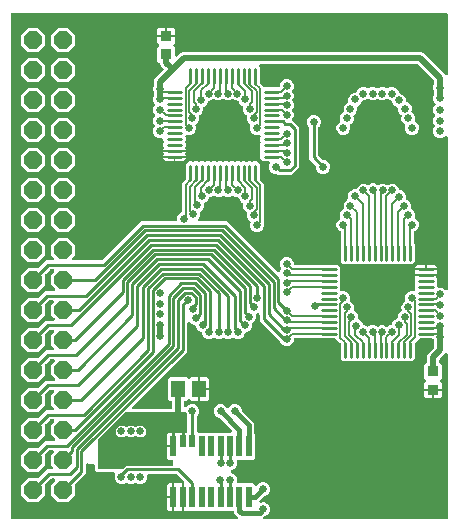
<source format=gbr>
G04 EAGLE Gerber RS-274X export*
G75*
%MOMM*%
%FSLAX34Y34*%
%LPD*%
%INTop Copper*%
%IPPOS*%
%AMOC8*
5,1,8,0,0,1.08239X$1,22.5*%
G01*
G04 Define Apertures*
%ADD10C,0.250000*%
%ADD11R,0.970200X0.920900*%
%ADD12R,1.164600X1.465300*%
%ADD13P,1.64956X8X112.5*%
%ADD14R,0.550000X1.800000*%
%ADD15R,0.550000X1.000000*%
%ADD16C,0.203200*%
%ADD17C,0.654800*%
%ADD18C,0.152400*%
%ADD19C,0.254000*%
%ADD20C,0.406400*%
%ADD21C,0.508000*%
G36*
X194424Y2641D02*
X194840Y2926D01*
X195113Y3352D01*
X195198Y3850D01*
X195081Y4342D01*
X194826Y4708D01*
X191428Y8106D01*
X191428Y8690D01*
X191327Y9185D01*
X191042Y9602D01*
X190616Y9875D01*
X190158Y9960D01*
X148762Y9960D01*
X148762Y33421D01*
X148410Y33421D01*
X148418Y33426D01*
X148690Y33852D01*
X148775Y34350D01*
X148659Y34842D01*
X148404Y35208D01*
X142794Y40818D01*
X142372Y41097D01*
X141896Y41190D01*
X119088Y41190D01*
X118593Y41089D01*
X118176Y40804D01*
X117904Y40378D01*
X117819Y39880D01*
X117915Y39434D01*
X118030Y39157D01*
X118030Y36843D01*
X117145Y34707D01*
X115509Y33071D01*
X113373Y32186D01*
X111059Y32186D01*
X108711Y33159D01*
X108657Y33195D01*
X108160Y33288D01*
X107666Y33179D01*
X107617Y33146D01*
X105301Y32186D01*
X102987Y32186D01*
X100639Y33159D01*
X100585Y33195D01*
X100088Y33288D01*
X99594Y33179D01*
X99545Y33146D01*
X97229Y32186D01*
X94915Y32186D01*
X92779Y33071D01*
X91143Y34707D01*
X90258Y36843D01*
X90258Y39157D01*
X90899Y40704D01*
X90996Y41200D01*
X90891Y41695D01*
X90602Y42109D01*
X90174Y42378D01*
X89726Y42460D01*
X76039Y42460D01*
X75700Y42481D01*
X75332Y42553D01*
X74986Y42675D01*
X74661Y42846D01*
X74364Y43062D01*
X74101Y43319D01*
X73878Y43610D01*
X73699Y43931D01*
X73569Y44275D01*
X73490Y44634D01*
X73460Y45046D01*
X73460Y48454D01*
X73359Y48949D01*
X73074Y49366D01*
X72648Y49638D01*
X72150Y49723D01*
X71704Y49627D01*
X71301Y49460D01*
X68699Y49460D01*
X67756Y49851D01*
X67260Y49947D01*
X66765Y49843D01*
X66351Y49554D01*
X66082Y49126D01*
X66000Y48677D01*
X66000Y41412D01*
X57232Y32644D01*
X56953Y32222D01*
X56860Y31746D01*
X56860Y23292D01*
X50908Y17340D01*
X42492Y17340D01*
X36540Y23292D01*
X36540Y31708D01*
X39854Y35022D01*
X40133Y35443D01*
X40225Y35940D01*
X40117Y36434D01*
X39825Y36846D01*
X39394Y37112D01*
X38956Y37190D01*
X36904Y37190D01*
X36409Y37089D01*
X36006Y36818D01*
X31832Y32644D01*
X31553Y32222D01*
X31460Y31746D01*
X31460Y23292D01*
X25508Y17340D01*
X17092Y17340D01*
X11140Y23292D01*
X11140Y31708D01*
X17092Y37660D01*
X25546Y37660D01*
X26041Y37761D01*
X26444Y38032D01*
X33222Y44810D01*
X37356Y44810D01*
X37851Y44911D01*
X38268Y45196D01*
X38540Y45622D01*
X38625Y46120D01*
X38509Y46612D01*
X38254Y46978D01*
X36540Y48692D01*
X36540Y57108D01*
X38454Y59022D01*
X38733Y59443D01*
X38825Y59940D01*
X38717Y60434D01*
X38425Y60846D01*
X37994Y61112D01*
X37556Y61190D01*
X35504Y61190D01*
X35009Y61089D01*
X34606Y60818D01*
X31832Y58044D01*
X31553Y57622D01*
X31460Y57146D01*
X31460Y48692D01*
X25508Y42740D01*
X17092Y42740D01*
X11140Y48692D01*
X11140Y57108D01*
X17092Y63060D01*
X25546Y63060D01*
X26041Y63161D01*
X26444Y63432D01*
X31822Y68810D01*
X38756Y68810D01*
X39251Y68911D01*
X39668Y69196D01*
X39940Y69622D01*
X40025Y70120D01*
X39909Y70612D01*
X39654Y70978D01*
X36540Y74092D01*
X36540Y82508D01*
X39054Y85022D01*
X39333Y85443D01*
X39425Y85940D01*
X39317Y86434D01*
X39025Y86846D01*
X38594Y87112D01*
X38156Y87190D01*
X36104Y87190D01*
X35609Y87089D01*
X35206Y86818D01*
X31832Y83444D01*
X31553Y83022D01*
X31460Y82546D01*
X31460Y74092D01*
X25508Y68140D01*
X17092Y68140D01*
X11140Y74092D01*
X11140Y82508D01*
X17092Y88460D01*
X25546Y88460D01*
X26041Y88561D01*
X26444Y88832D01*
X32422Y94810D01*
X38156Y94810D01*
X38651Y94911D01*
X39068Y95196D01*
X39340Y95622D01*
X39425Y96120D01*
X39309Y96612D01*
X39054Y96978D01*
X36540Y99492D01*
X36540Y107908D01*
X38654Y110022D01*
X38933Y110443D01*
X39025Y110940D01*
X38917Y111434D01*
X38625Y111846D01*
X38194Y112112D01*
X37756Y112190D01*
X35704Y112190D01*
X35209Y112089D01*
X34806Y111818D01*
X31832Y108844D01*
X31553Y108422D01*
X31460Y107946D01*
X31460Y99492D01*
X25508Y93540D01*
X17092Y93540D01*
X11140Y99492D01*
X11140Y107908D01*
X17092Y113860D01*
X25546Y113860D01*
X26041Y113961D01*
X26444Y114232D01*
X32022Y119810D01*
X38556Y119810D01*
X39051Y119911D01*
X39468Y120196D01*
X39740Y120622D01*
X39825Y121120D01*
X39709Y121612D01*
X39454Y121978D01*
X36540Y124892D01*
X36540Y133308D01*
X39254Y136022D01*
X39533Y136443D01*
X39625Y136940D01*
X39517Y137434D01*
X39225Y137846D01*
X38794Y138112D01*
X38356Y138190D01*
X36304Y138190D01*
X35809Y138089D01*
X35406Y137818D01*
X31832Y134244D01*
X31553Y133822D01*
X31460Y133346D01*
X31460Y124892D01*
X25508Y118940D01*
X17092Y118940D01*
X11140Y124892D01*
X11140Y133308D01*
X17092Y139260D01*
X25546Y139260D01*
X26041Y139361D01*
X26444Y139632D01*
X32622Y145810D01*
X37956Y145810D01*
X38451Y145911D01*
X38868Y146196D01*
X39140Y146622D01*
X39225Y147120D01*
X39109Y147612D01*
X38854Y147978D01*
X36540Y150292D01*
X36540Y158708D01*
X38854Y161022D01*
X39133Y161443D01*
X39225Y161940D01*
X39117Y162434D01*
X38825Y162846D01*
X38394Y163112D01*
X37956Y163190D01*
X35904Y163190D01*
X35409Y163089D01*
X35006Y162818D01*
X31832Y159644D01*
X31553Y159222D01*
X31460Y158746D01*
X31460Y150292D01*
X25508Y144340D01*
X17092Y144340D01*
X11140Y150292D01*
X11140Y158708D01*
X17092Y164660D01*
X25546Y164660D01*
X26041Y164761D01*
X26444Y165032D01*
X32222Y170810D01*
X38356Y170810D01*
X38851Y170911D01*
X39268Y171196D01*
X39540Y171622D01*
X39625Y172120D01*
X39509Y172612D01*
X39254Y172978D01*
X36540Y175692D01*
X36540Y184108D01*
X38454Y186022D01*
X38733Y186443D01*
X38825Y186940D01*
X38717Y187434D01*
X38425Y187846D01*
X37994Y188112D01*
X37556Y188190D01*
X35504Y188190D01*
X35009Y188089D01*
X34606Y187818D01*
X31832Y185044D01*
X31553Y184622D01*
X31460Y184146D01*
X31460Y175692D01*
X25508Y169740D01*
X17092Y169740D01*
X11140Y175692D01*
X11140Y184108D01*
X17092Y190060D01*
X25546Y190060D01*
X26041Y190161D01*
X26444Y190432D01*
X31822Y195810D01*
X38756Y195810D01*
X39251Y195911D01*
X39668Y196196D01*
X39940Y196622D01*
X40025Y197120D01*
X39909Y197612D01*
X39654Y197978D01*
X36540Y201092D01*
X36540Y209508D01*
X39054Y212022D01*
X39333Y212443D01*
X39425Y212940D01*
X39317Y213434D01*
X39025Y213846D01*
X38594Y214112D01*
X38156Y214190D01*
X36104Y214190D01*
X35609Y214089D01*
X35206Y213818D01*
X31832Y210444D01*
X31553Y210022D01*
X31460Y209546D01*
X31460Y201092D01*
X25508Y195140D01*
X17092Y195140D01*
X11140Y201092D01*
X11140Y209508D01*
X17092Y215460D01*
X25546Y215460D01*
X26041Y215561D01*
X26444Y215832D01*
X32422Y221810D01*
X38156Y221810D01*
X38651Y221911D01*
X39068Y222196D01*
X39340Y222622D01*
X39425Y223120D01*
X39309Y223612D01*
X39054Y223978D01*
X36540Y226492D01*
X36540Y234908D01*
X42492Y240860D01*
X50908Y240860D01*
X56860Y234908D01*
X56860Y226492D01*
X54346Y223978D01*
X54067Y223557D01*
X53975Y223060D01*
X54083Y222566D01*
X54376Y222154D01*
X54806Y221888D01*
X55244Y221810D01*
X78896Y221810D01*
X79391Y221911D01*
X79794Y222182D01*
X112587Y254975D01*
X141730Y254975D01*
X142226Y255076D01*
X142643Y255362D01*
X142915Y255787D01*
X143000Y256245D01*
X143000Y258390D01*
X143885Y260527D01*
X145521Y262162D01*
X146454Y262549D01*
X146873Y262831D01*
X147149Y263255D01*
X147238Y263722D01*
X147238Y286908D01*
X150338Y290008D01*
X150617Y290429D01*
X150710Y290906D01*
X150710Y303320D01*
X152930Y305540D01*
X156070Y305540D01*
X156102Y305508D01*
X156523Y305229D01*
X157020Y305136D01*
X157514Y305245D01*
X157898Y305508D01*
X157930Y305540D01*
X161070Y305540D01*
X161102Y305508D01*
X161523Y305229D01*
X162020Y305136D01*
X162514Y305245D01*
X162898Y305508D01*
X162930Y305540D01*
X166070Y305540D01*
X166102Y305508D01*
X166523Y305229D01*
X167020Y305136D01*
X167514Y305245D01*
X167898Y305508D01*
X167930Y305540D01*
X171070Y305540D01*
X171102Y305508D01*
X171523Y305229D01*
X172020Y305136D01*
X172514Y305245D01*
X172898Y305508D01*
X172930Y305540D01*
X176070Y305540D01*
X176102Y305508D01*
X176523Y305229D01*
X177020Y305136D01*
X177514Y305245D01*
X177898Y305508D01*
X177930Y305540D01*
X181070Y305540D01*
X181102Y305508D01*
X181523Y305229D01*
X182020Y305136D01*
X182514Y305245D01*
X182898Y305508D01*
X182930Y305540D01*
X186070Y305540D01*
X186102Y305508D01*
X186523Y305229D01*
X187020Y305136D01*
X187514Y305245D01*
X187898Y305508D01*
X187930Y305540D01*
X191070Y305540D01*
X191102Y305508D01*
X191523Y305229D01*
X192020Y305136D01*
X192514Y305245D01*
X192898Y305508D01*
X192930Y305540D01*
X196070Y305540D01*
X196102Y305508D01*
X196523Y305229D01*
X197020Y305136D01*
X197514Y305245D01*
X197898Y305508D01*
X197930Y305540D01*
X201070Y305540D01*
X201102Y305508D01*
X201523Y305229D01*
X202020Y305136D01*
X202514Y305245D01*
X202898Y305508D01*
X202930Y305540D01*
X206070Y305540D01*
X206102Y305508D01*
X206523Y305229D01*
X207020Y305136D01*
X207514Y305245D01*
X207898Y305508D01*
X207930Y305540D01*
X211070Y305540D01*
X213290Y303320D01*
X213290Y290906D01*
X213391Y290410D01*
X213662Y290008D01*
X216910Y286760D01*
X216910Y253100D01*
X216907Y253095D01*
X216814Y252618D01*
X216814Y250843D01*
X215929Y248707D01*
X214293Y247071D01*
X212157Y246186D01*
X209843Y246186D01*
X207707Y247071D01*
X206071Y248707D01*
X205186Y250843D01*
X205186Y253156D01*
X205332Y253509D01*
X205429Y254006D01*
X205324Y254500D01*
X205035Y254915D01*
X204749Y255101D01*
X203071Y256779D01*
X202186Y258915D01*
X202186Y261228D01*
X202332Y261581D01*
X202429Y262078D01*
X202324Y262572D01*
X202035Y262987D01*
X201749Y263173D01*
X200071Y264851D01*
X199186Y266987D01*
X199186Y269509D01*
X199206Y269612D01*
X199101Y270106D01*
X198812Y270521D01*
X198422Y270775D01*
X197707Y271071D01*
X196071Y272707D01*
X195369Y274402D01*
X195086Y274821D01*
X194663Y275097D01*
X194196Y275186D01*
X193254Y275186D01*
X190962Y276135D01*
X190810Y276236D01*
X190313Y276329D01*
X189848Y276232D01*
X187495Y275258D01*
X185182Y275258D01*
X182830Y276232D01*
X182334Y276329D01*
X181839Y276225D01*
X181698Y276128D01*
X179423Y275186D01*
X177110Y275186D01*
X174974Y276071D01*
X174774Y276271D01*
X174353Y276550D01*
X173856Y276642D01*
X173390Y276546D01*
X171351Y275701D01*
X171234Y275701D01*
X170739Y275601D01*
X170322Y275315D01*
X170061Y274917D01*
X169168Y272762D01*
X167533Y271126D01*
X166970Y270893D01*
X166550Y270611D01*
X166275Y270187D01*
X166186Y269720D01*
X166186Y267351D01*
X165300Y265214D01*
X163665Y263578D01*
X163281Y263420D01*
X162862Y263137D01*
X162586Y262713D01*
X162498Y262216D01*
X162537Y262027D01*
X162537Y259583D01*
X161652Y257447D01*
X161349Y257143D01*
X161070Y256722D01*
X160977Y256225D01*
X161086Y255731D01*
X161378Y255319D01*
X161808Y255053D01*
X162247Y254975D01*
X185413Y254975D01*
X228279Y212109D01*
X228701Y211830D01*
X229197Y211737D01*
X229691Y211846D01*
X230103Y212138D01*
X230350Y212521D01*
X231159Y214472D01*
X231195Y214527D01*
X231288Y215024D01*
X231179Y215518D01*
X231146Y215566D01*
X230186Y217883D01*
X230186Y220196D01*
X231071Y222333D01*
X232707Y223968D01*
X234843Y224854D01*
X237157Y224854D01*
X239293Y223968D01*
X240929Y222333D01*
X241814Y220196D01*
X241814Y219072D01*
X241915Y218577D01*
X242200Y218160D01*
X242626Y217887D01*
X243084Y217802D01*
X263666Y217802D01*
X264161Y217903D01*
X264564Y218174D01*
X264680Y218290D01*
X279320Y218290D01*
X281540Y216070D01*
X281540Y212930D01*
X281508Y212898D01*
X281229Y212477D01*
X281136Y211980D01*
X281245Y211486D01*
X281508Y211102D01*
X281540Y211070D01*
X281540Y207930D01*
X281508Y207898D01*
X281229Y207477D01*
X281136Y206980D01*
X281245Y206486D01*
X281508Y206102D01*
X281540Y206070D01*
X281540Y202930D01*
X281508Y202898D01*
X281229Y202477D01*
X281136Y201980D01*
X281245Y201486D01*
X281508Y201102D01*
X281540Y201070D01*
X281540Y197920D01*
X281280Y197528D01*
X281188Y197031D01*
X281296Y196538D01*
X281589Y196125D01*
X282019Y195860D01*
X282458Y195782D01*
X284955Y195782D01*
X287091Y194897D01*
X288727Y193261D01*
X289612Y191124D01*
X289612Y188811D01*
X289511Y188567D01*
X289414Y188070D01*
X289519Y187576D01*
X289808Y187161D01*
X290198Y186907D01*
X290398Y186825D01*
X292033Y185189D01*
X292918Y183052D01*
X292918Y180597D01*
X292874Y180369D01*
X292979Y179875D01*
X293268Y179460D01*
X293658Y179206D01*
X294038Y179049D01*
X295673Y177413D01*
X296558Y175276D01*
X296558Y172902D01*
X296659Y172406D01*
X296945Y171989D01*
X297342Y171728D01*
X297901Y171497D01*
X299537Y169861D01*
X300474Y167598D01*
X300757Y167179D01*
X301180Y166903D01*
X301648Y166814D01*
X301837Y166814D01*
X304185Y165841D01*
X304239Y165805D01*
X304736Y165712D01*
X305230Y165821D01*
X305279Y165854D01*
X307595Y166814D01*
X309909Y166814D01*
X312137Y165891D01*
X312399Y165717D01*
X312896Y165624D01*
X313390Y165733D01*
X313473Y165790D01*
X315771Y166742D01*
X318085Y166742D01*
X320437Y165768D01*
X320933Y165671D01*
X321427Y165776D01*
X321569Y165872D01*
X323843Y166814D01*
X324125Y166814D01*
X324621Y166915D01*
X325037Y167200D01*
X325310Y167626D01*
X325349Y167835D01*
X326280Y170084D01*
X327916Y171720D01*
X329402Y172335D01*
X329821Y172618D01*
X330097Y173041D01*
X330186Y173509D01*
X330186Y175013D01*
X331071Y177149D01*
X332756Y178834D01*
X333064Y179042D01*
X333340Y179465D01*
X333428Y179963D01*
X333332Y180419D01*
X333186Y180772D01*
X333186Y183085D01*
X334071Y185221D01*
X335756Y186906D01*
X336064Y187114D01*
X336340Y187537D01*
X336428Y188035D01*
X336332Y188491D01*
X336186Y188844D01*
X336186Y191157D01*
X337071Y193293D01*
X338707Y194929D01*
X340843Y195814D01*
X343225Y195814D01*
X343592Y195743D01*
X344086Y195847D01*
X344501Y196136D01*
X344770Y196564D01*
X344851Y197063D01*
X344730Y197554D01*
X344480Y197911D01*
X344460Y197930D01*
X344460Y201070D01*
X344492Y201102D01*
X344771Y201523D01*
X344864Y202020D01*
X344755Y202514D01*
X344492Y202898D01*
X344460Y202930D01*
X344460Y206070D01*
X344492Y206102D01*
X344771Y206523D01*
X344864Y207020D01*
X344755Y207514D01*
X344492Y207898D01*
X344460Y207930D01*
X344460Y208738D01*
X363540Y208738D01*
X363540Y207930D01*
X363508Y207898D01*
X363229Y207477D01*
X363136Y206980D01*
X363245Y206486D01*
X363508Y206102D01*
X363540Y206070D01*
X363540Y202930D01*
X363508Y202898D01*
X363229Y202477D01*
X363136Y201980D01*
X363245Y201486D01*
X363508Y201102D01*
X363540Y201070D01*
X363540Y200084D01*
X363641Y199589D01*
X363926Y199172D01*
X364352Y198899D01*
X364810Y198814D01*
X367157Y198814D01*
X369293Y197929D01*
X370292Y196930D01*
X370713Y196651D01*
X371210Y196558D01*
X371704Y196667D01*
X372116Y196959D01*
X372382Y197389D01*
X372460Y197828D01*
X372460Y326172D01*
X372359Y326667D01*
X372074Y327084D01*
X371648Y327356D01*
X371150Y327441D01*
X370658Y327325D01*
X370292Y327070D01*
X369293Y326071D01*
X367157Y325186D01*
X364843Y325186D01*
X362707Y326071D01*
X361071Y327707D01*
X360186Y329843D01*
X360186Y332157D01*
X361071Y334293D01*
X361380Y334602D01*
X361659Y335023D01*
X361752Y335520D01*
X361643Y336014D01*
X361380Y336398D01*
X361071Y336707D01*
X360186Y338843D01*
X360186Y341157D01*
X361071Y343293D01*
X361380Y343602D01*
X361659Y344023D01*
X361752Y344520D01*
X361643Y345014D01*
X361380Y345398D01*
X361071Y345707D01*
X360186Y347843D01*
X360186Y350157D01*
X361071Y352293D01*
X361880Y353102D01*
X362159Y353523D01*
X362252Y354020D01*
X362143Y354514D01*
X361880Y354898D01*
X361071Y355707D01*
X360186Y357843D01*
X360186Y360157D01*
X360823Y361695D01*
X360920Y362181D01*
X360920Y364819D01*
X360823Y365305D01*
X360186Y366843D01*
X360186Y369157D01*
X360823Y370695D01*
X360920Y371181D01*
X360920Y373370D01*
X360819Y373865D01*
X360548Y374268D01*
X347268Y387548D01*
X346846Y387827D01*
X346370Y387920D01*
X213756Y387920D01*
X213261Y387819D01*
X212844Y387534D01*
X212571Y387108D01*
X212487Y386610D01*
X212603Y386118D01*
X212858Y385752D01*
X213290Y385320D01*
X213290Y372906D01*
X213391Y372410D01*
X213662Y372008D01*
X217008Y368662D01*
X217429Y368383D01*
X217906Y368290D01*
X228916Y368290D01*
X229411Y368391D01*
X229828Y368676D01*
X230101Y369102D01*
X230186Y369560D01*
X230186Y370445D01*
X231071Y372581D01*
X232707Y374217D01*
X234843Y375102D01*
X237157Y375102D01*
X239293Y374217D01*
X240929Y372581D01*
X241814Y370445D01*
X241814Y368131D01*
X240841Y365783D01*
X240805Y365729D01*
X240712Y365232D01*
X240821Y364738D01*
X240854Y364689D01*
X241814Y362373D01*
X241814Y360060D01*
X240839Y357704D01*
X240742Y357208D01*
X240846Y356714D01*
X240939Y356578D01*
X241882Y354301D01*
X241882Y351987D01*
X240909Y349639D01*
X240873Y349585D01*
X240780Y349088D01*
X240889Y348594D01*
X240922Y348545D01*
X241882Y346229D01*
X241882Y343915D01*
X240915Y341582D01*
X240819Y341086D01*
X240923Y340591D01*
X241191Y340198D01*
X246810Y334578D01*
X246810Y300422D01*
X240578Y294190D01*
X228422Y294190D01*
X227798Y294814D01*
X227376Y295093D01*
X226900Y295186D01*
X225843Y295186D01*
X223707Y296071D01*
X222071Y297707D01*
X221186Y299843D01*
X221186Y302156D01*
X221931Y303954D01*
X222027Y304450D01*
X221923Y304945D01*
X221634Y305359D01*
X221206Y305628D01*
X220757Y305710D01*
X215680Y305710D01*
X213460Y307930D01*
X213460Y311070D01*
X213492Y311102D01*
X213771Y311523D01*
X213864Y312020D01*
X213755Y312514D01*
X213492Y312898D01*
X213460Y312930D01*
X213460Y316070D01*
X213492Y316102D01*
X213771Y316523D01*
X213864Y317020D01*
X213755Y317514D01*
X213492Y317898D01*
X213460Y317930D01*
X213460Y321070D01*
X213492Y321102D01*
X213771Y321523D01*
X213864Y322020D01*
X213755Y322514D01*
X213492Y322898D01*
X213460Y322930D01*
X213460Y326070D01*
X213492Y326102D01*
X213771Y326523D01*
X213864Y327020D01*
X213755Y327514D01*
X213492Y327898D01*
X213459Y327931D01*
X213037Y328211D01*
X212540Y328303D01*
X212075Y328207D01*
X212025Y328186D01*
X209711Y328186D01*
X207575Y329071D01*
X205939Y330707D01*
X205054Y332843D01*
X205054Y335157D01*
X205220Y335556D01*
X205316Y336052D01*
X205212Y336547D01*
X204923Y336961D01*
X204825Y337025D01*
X203071Y338779D01*
X202186Y340915D01*
X202186Y343228D01*
X202332Y343581D01*
X202429Y344078D01*
X202324Y344572D01*
X202035Y344987D01*
X201749Y345173D01*
X200071Y346851D01*
X199186Y348987D01*
X199186Y351536D01*
X199196Y351587D01*
X199092Y352082D01*
X198803Y352496D01*
X198412Y352751D01*
X197639Y353071D01*
X196003Y354707D01*
X195301Y356402D01*
X195018Y356821D01*
X194595Y357097D01*
X194128Y357186D01*
X193059Y357186D01*
X190768Y358135D01*
X190615Y358236D01*
X190118Y358329D01*
X189653Y358232D01*
X187301Y357258D01*
X184987Y357258D01*
X182635Y358232D01*
X182139Y358329D01*
X181645Y358224D01*
X181503Y358128D01*
X179229Y357186D01*
X176915Y357186D01*
X174567Y358159D01*
X174513Y358195D01*
X174016Y358288D01*
X173522Y358179D01*
X173473Y358146D01*
X171157Y357186D01*
X170875Y357186D01*
X170379Y357085D01*
X169963Y356800D01*
X169690Y356374D01*
X169651Y356165D01*
X168720Y353916D01*
X167084Y352280D01*
X165598Y351665D01*
X165179Y351382D01*
X164903Y350959D01*
X164814Y350491D01*
X164814Y349040D01*
X163929Y346903D01*
X162244Y345219D01*
X161936Y345011D01*
X161660Y344587D01*
X161572Y344090D01*
X161668Y343634D01*
X161814Y343281D01*
X161814Y340968D01*
X160929Y338831D01*
X159208Y337111D01*
X158981Y336958D01*
X158705Y336534D01*
X158617Y336036D01*
X158713Y335581D01*
X158867Y335209D01*
X158867Y332896D01*
X157982Y330759D01*
X156346Y329124D01*
X154209Y328239D01*
X151848Y328239D01*
X151443Y328317D01*
X150949Y328213D01*
X150555Y327946D01*
X150508Y327898D01*
X150229Y327477D01*
X150136Y326980D01*
X150245Y326486D01*
X150508Y326102D01*
X150540Y326070D01*
X150540Y322930D01*
X150508Y322898D01*
X150229Y322477D01*
X150136Y321980D01*
X150245Y321486D01*
X150508Y321102D01*
X150540Y321070D01*
X150540Y317930D01*
X150508Y317898D01*
X150229Y317477D01*
X150136Y316980D01*
X150245Y316486D01*
X150508Y316102D01*
X150540Y316070D01*
X150540Y315262D01*
X131460Y315262D01*
X131460Y316070D01*
X131492Y316102D01*
X131771Y316523D01*
X131864Y317020D01*
X131755Y317514D01*
X131492Y317898D01*
X131460Y317930D01*
X131460Y321070D01*
X131492Y321102D01*
X131771Y321523D01*
X131864Y322020D01*
X131755Y322514D01*
X131492Y322898D01*
X131460Y322930D01*
X131460Y323916D01*
X131359Y324411D01*
X131074Y324828D01*
X130648Y325101D01*
X130190Y325186D01*
X127843Y325186D01*
X125707Y326071D01*
X124071Y327707D01*
X123186Y329843D01*
X123186Y332157D01*
X124071Y334293D01*
X124380Y334602D01*
X124659Y335023D01*
X124752Y335520D01*
X124643Y336014D01*
X124380Y336398D01*
X124071Y336707D01*
X123186Y338843D01*
X123186Y341157D01*
X124071Y343293D01*
X124380Y343602D01*
X124659Y344023D01*
X124752Y344520D01*
X124643Y345014D01*
X124380Y345398D01*
X124071Y345707D01*
X123186Y347843D01*
X123186Y350157D01*
X124071Y352293D01*
X124380Y352602D01*
X124659Y353023D01*
X124752Y353520D01*
X124643Y354014D01*
X124380Y354398D01*
X124071Y354707D01*
X123186Y356843D01*
X123186Y359157D01*
X123823Y360695D01*
X123920Y361181D01*
X123920Y363819D01*
X123823Y364305D01*
X123186Y365843D01*
X123186Y368157D01*
X123823Y369695D01*
X123920Y370181D01*
X123920Y374010D01*
X124693Y375878D01*
X131418Y382602D01*
X131697Y383023D01*
X131790Y383520D01*
X131681Y384014D01*
X131418Y384398D01*
X129693Y386122D01*
X128860Y388134D01*
X128819Y388335D01*
X128534Y388752D01*
X128315Y388892D01*
X126609Y390597D01*
X126609Y401911D01*
X127800Y403102D01*
X128080Y403523D01*
X128172Y404020D01*
X128064Y404514D01*
X127800Y404898D01*
X126609Y406089D01*
X126609Y410984D01*
X141391Y410984D01*
X141391Y406089D01*
X140200Y404898D01*
X139921Y404477D01*
X139828Y403980D01*
X139936Y403486D01*
X140200Y403102D01*
X141391Y401911D01*
X141391Y395641D01*
X141492Y395146D01*
X141777Y394729D01*
X142203Y394457D01*
X142701Y394372D01*
X143193Y394488D01*
X143559Y394743D01*
X146122Y397307D01*
X147990Y398080D01*
X350010Y398080D01*
X351878Y397307D01*
X370292Y378892D01*
X370713Y378613D01*
X371210Y378520D01*
X371704Y378629D01*
X372116Y378921D01*
X372382Y379351D01*
X372460Y379790D01*
X372460Y430190D01*
X372359Y430685D01*
X372074Y431102D01*
X371648Y431375D01*
X371190Y431460D01*
X3810Y431460D01*
X3315Y431359D01*
X2898Y431074D01*
X2625Y430648D01*
X2540Y430190D01*
X2540Y3810D01*
X2641Y3315D01*
X2926Y2898D01*
X3352Y2625D01*
X3810Y2540D01*
X193928Y2540D01*
X194424Y2641D01*
G37*
%LPC*%
G36*
X134762Y412508D02*
X134762Y418891D01*
X139903Y418891D01*
X141391Y417403D01*
X141391Y412508D01*
X134762Y412508D01*
G37*
G36*
X126609Y412508D02*
X126609Y417403D01*
X128097Y418891D01*
X133238Y418891D01*
X133238Y412508D01*
X126609Y412508D01*
G37*
G36*
X17092Y398340D02*
X11140Y404292D01*
X11140Y412708D01*
X17092Y418660D01*
X25508Y418660D01*
X31460Y412708D01*
X31460Y404292D01*
X25508Y398340D01*
X17092Y398340D01*
G37*
G36*
X42492Y398340D02*
X36540Y404292D01*
X36540Y412708D01*
X42492Y418660D01*
X50908Y418660D01*
X56860Y412708D01*
X56860Y404292D01*
X50908Y398340D01*
X42492Y398340D01*
G37*
G36*
X17092Y372940D02*
X11140Y378892D01*
X11140Y387308D01*
X17092Y393260D01*
X25508Y393260D01*
X31460Y387308D01*
X31460Y378892D01*
X25508Y372940D01*
X17092Y372940D01*
G37*
G36*
X42492Y372940D02*
X36540Y378892D01*
X36540Y387308D01*
X42492Y393260D01*
X50908Y393260D01*
X56860Y387308D01*
X56860Y378892D01*
X50908Y372940D01*
X42492Y372940D01*
G37*
G36*
X282843Y328186D02*
X280707Y329071D01*
X279071Y330707D01*
X278186Y332843D01*
X278186Y335157D01*
X279071Y337293D01*
X280756Y338978D01*
X281064Y339186D01*
X281340Y339609D01*
X281428Y340107D01*
X281332Y340563D01*
X281186Y340916D01*
X281186Y343229D01*
X282071Y345365D01*
X283756Y347050D01*
X284064Y347258D01*
X284340Y347681D01*
X284428Y348179D01*
X284332Y348635D01*
X284186Y348988D01*
X284186Y351301D01*
X285071Y353437D01*
X286707Y355073D01*
X287535Y355416D01*
X287954Y355698D01*
X288230Y356122D01*
X288313Y356591D01*
X288318Y356591D01*
X288318Y356618D01*
X288318Y356620D01*
X288318Y356621D01*
X288318Y359157D01*
X289203Y361293D01*
X290839Y362929D01*
X292975Y363814D01*
X293980Y363814D01*
X294475Y363915D01*
X294892Y364200D01*
X295153Y364598D01*
X295855Y366293D01*
X297491Y367929D01*
X299627Y368814D01*
X301941Y368814D01*
X304293Y367840D01*
X304789Y367743D01*
X305283Y367848D01*
X305425Y367944D01*
X307699Y368886D01*
X310013Y368886D01*
X312304Y367937D01*
X312457Y367836D01*
X312954Y367743D01*
X313419Y367840D01*
X315771Y368814D01*
X318085Y368814D01*
X320433Y367841D01*
X320487Y367805D01*
X320984Y367712D01*
X321478Y367821D01*
X321527Y367854D01*
X323843Y368814D01*
X326157Y368814D01*
X328293Y367929D01*
X329929Y366293D01*
X330868Y364025D01*
X330915Y363798D01*
X331200Y363381D01*
X331626Y363109D01*
X332084Y363023D01*
X332366Y363023D01*
X334503Y362138D01*
X336138Y360503D01*
X337023Y358366D01*
X337023Y356862D01*
X337124Y356366D01*
X337410Y355950D01*
X337807Y355688D01*
X339293Y355073D01*
X340929Y353437D01*
X341814Y351301D01*
X341814Y348988D01*
X341668Y348635D01*
X341571Y348139D01*
X341676Y347644D01*
X341965Y347229D01*
X342251Y347043D01*
X343929Y345365D01*
X344814Y343229D01*
X344814Y340916D01*
X344668Y340563D01*
X344571Y340067D01*
X344676Y339572D01*
X344965Y339157D01*
X345251Y338971D01*
X346929Y337293D01*
X347814Y335157D01*
X347814Y332843D01*
X346929Y330707D01*
X345293Y329071D01*
X343157Y328186D01*
X340843Y328186D01*
X338707Y329071D01*
X337071Y330707D01*
X336186Y332843D01*
X336186Y335156D01*
X336332Y335509D01*
X336429Y336006D01*
X336324Y336500D01*
X336035Y336915D01*
X335749Y337101D01*
X334071Y338779D01*
X333186Y340915D01*
X333186Y343228D01*
X333332Y343581D01*
X333429Y344078D01*
X333324Y344572D01*
X333035Y344987D01*
X332749Y345173D01*
X331071Y346851D01*
X330186Y348987D01*
X330186Y350491D01*
X330085Y350987D01*
X329800Y351404D01*
X329402Y351665D01*
X327916Y352280D01*
X326280Y353916D01*
X325341Y356184D01*
X325295Y356411D01*
X325009Y356828D01*
X324583Y357101D01*
X324125Y357186D01*
X323843Y357186D01*
X321495Y358159D01*
X321441Y358195D01*
X320944Y358288D01*
X320450Y358179D01*
X320401Y358146D01*
X318085Y357186D01*
X315771Y357186D01*
X313480Y358135D01*
X313327Y358236D01*
X312830Y358329D01*
X312365Y358232D01*
X310013Y357258D01*
X307699Y357258D01*
X305347Y358232D01*
X304851Y358329D01*
X304357Y358224D01*
X304215Y358128D01*
X301941Y357186D01*
X300936Y357186D01*
X300441Y357085D01*
X300024Y356800D01*
X299763Y356402D01*
X299061Y354707D01*
X297425Y353071D01*
X296597Y352728D01*
X296178Y352446D01*
X295902Y352022D01*
X295819Y351553D01*
X295814Y351553D01*
X295814Y351526D01*
X295814Y351524D01*
X295814Y351523D01*
X295814Y348987D01*
X294929Y346851D01*
X293244Y345166D01*
X292936Y344958D01*
X292660Y344535D01*
X292572Y344037D01*
X292668Y343581D01*
X292814Y343228D01*
X292814Y340915D01*
X291929Y338779D01*
X290244Y337094D01*
X289936Y336886D01*
X289660Y336463D01*
X289572Y335965D01*
X289668Y335509D01*
X289814Y335156D01*
X289814Y332843D01*
X288929Y330707D01*
X287293Y329071D01*
X285157Y328186D01*
X282843Y328186D01*
G37*
G36*
X17092Y347540D02*
X11140Y353492D01*
X11140Y361908D01*
X17092Y367860D01*
X25508Y367860D01*
X31460Y361908D01*
X31460Y353492D01*
X25508Y347540D01*
X17092Y347540D01*
G37*
G36*
X42492Y347540D02*
X36540Y353492D01*
X36540Y361908D01*
X42492Y367860D01*
X50908Y367860D01*
X56860Y361908D01*
X56860Y353492D01*
X50908Y347540D01*
X42492Y347540D01*
G37*
G36*
X265843Y295186D02*
X263707Y296071D01*
X262071Y297707D01*
X261186Y299843D01*
X261186Y300900D01*
X261085Y301395D01*
X260814Y301798D01*
X255190Y307422D01*
X255190Y334062D01*
X255089Y334557D01*
X254818Y334960D01*
X254071Y335707D01*
X253186Y337843D01*
X253186Y340157D01*
X254071Y342293D01*
X255707Y343929D01*
X257843Y344814D01*
X260157Y344814D01*
X262293Y343929D01*
X263929Y342293D01*
X264814Y340157D01*
X264814Y337843D01*
X263929Y335707D01*
X263182Y334960D01*
X262903Y334538D01*
X262810Y334062D01*
X262810Y311104D01*
X262911Y310609D01*
X263182Y310206D01*
X266202Y307186D01*
X266624Y306907D01*
X267100Y306814D01*
X268157Y306814D01*
X270293Y305929D01*
X271929Y304293D01*
X272814Y302157D01*
X272814Y299843D01*
X271929Y297707D01*
X270293Y296071D01*
X268157Y295186D01*
X265843Y295186D01*
G37*
G36*
X42492Y322140D02*
X36540Y328092D01*
X36540Y336508D01*
X42492Y342460D01*
X50908Y342460D01*
X56860Y336508D01*
X56860Y328092D01*
X50908Y322140D01*
X42492Y322140D01*
G37*
G36*
X17092Y322140D02*
X11140Y328092D01*
X11140Y336508D01*
X17092Y342460D01*
X25508Y342460D01*
X31460Y336508D01*
X31460Y328092D01*
X25508Y322140D01*
X17092Y322140D01*
G37*
G36*
X42492Y296740D02*
X36540Y302692D01*
X36540Y311108D01*
X42492Y317060D01*
X50908Y317060D01*
X56860Y311108D01*
X56860Y302692D01*
X50908Y296740D01*
X42492Y296740D01*
G37*
G36*
X17092Y296740D02*
X11140Y302692D01*
X11140Y311108D01*
X17092Y317060D01*
X25508Y317060D01*
X31460Y311108D01*
X31460Y302692D01*
X25508Y296740D01*
X17092Y296740D01*
G37*
G36*
X131460Y310262D02*
X131460Y311070D01*
X131492Y311102D01*
X131771Y311523D01*
X131864Y312020D01*
X131755Y312514D01*
X131492Y312898D01*
X131460Y312930D01*
X131460Y313738D01*
X150540Y313738D01*
X150540Y312930D01*
X150508Y312898D01*
X150229Y312477D01*
X150136Y311980D01*
X150245Y311486D01*
X150508Y311102D01*
X150540Y311070D01*
X150540Y310262D01*
X131460Y310262D01*
G37*
G36*
X141762Y305710D02*
X141762Y308738D01*
X150540Y308738D01*
X150540Y307930D01*
X148320Y305710D01*
X141762Y305710D01*
G37*
G36*
X133680Y305710D02*
X131460Y307930D01*
X131460Y308738D01*
X140238Y308738D01*
X140238Y305710D01*
X133680Y305710D01*
G37*
G36*
X42492Y271340D02*
X36540Y277292D01*
X36540Y285708D01*
X42492Y291660D01*
X50908Y291660D01*
X56860Y285708D01*
X56860Y277292D01*
X50908Y271340D01*
X42492Y271340D01*
G37*
G36*
X17092Y271340D02*
X11140Y277292D01*
X11140Y285708D01*
X17092Y291660D01*
X25508Y291660D01*
X31460Y285708D01*
X31460Y277292D01*
X25508Y271340D01*
X17092Y271340D01*
G37*
G36*
X283930Y218460D02*
X281710Y220680D01*
X281710Y235320D01*
X281826Y235436D01*
X282105Y235857D01*
X282198Y236334D01*
X282198Y245605D01*
X282097Y246100D01*
X281812Y246517D01*
X281414Y246778D01*
X280707Y247071D01*
X279071Y248707D01*
X278186Y250843D01*
X278186Y253157D01*
X279071Y255293D01*
X280756Y256978D01*
X281064Y257186D01*
X281340Y257609D01*
X281428Y258107D01*
X281332Y258563D01*
X281186Y258916D01*
X281186Y261229D01*
X282071Y263365D01*
X283756Y265050D01*
X284064Y265258D01*
X284340Y265681D01*
X284428Y266179D01*
X284332Y266635D01*
X284186Y266988D01*
X284186Y269301D01*
X285071Y271437D01*
X286707Y273073D01*
X287422Y273369D01*
X287841Y273652D01*
X288117Y274075D01*
X288206Y274573D01*
X288186Y274666D01*
X288186Y277157D01*
X289071Y279293D01*
X290707Y280929D01*
X292843Y281814D01*
X294196Y281814D01*
X294691Y281915D01*
X295108Y282200D01*
X295369Y282598D01*
X296071Y284293D01*
X297707Y285929D01*
X299843Y286814D01*
X302157Y286814D01*
X304509Y285840D01*
X305005Y285743D01*
X305499Y285848D01*
X305641Y285944D01*
X307915Y286886D01*
X310229Y286886D01*
X312457Y285963D01*
X312719Y285789D01*
X313216Y285697D01*
X313710Y285805D01*
X313794Y285862D01*
X316091Y286814D01*
X318405Y286814D01*
X320753Y285842D01*
X320807Y285805D01*
X321304Y285713D01*
X321798Y285821D01*
X321847Y285855D01*
X324163Y286814D01*
X326477Y286814D01*
X328613Y285929D01*
X330249Y284294D01*
X331183Y282038D01*
X331466Y281619D01*
X331889Y281343D01*
X332356Y281254D01*
X332540Y281254D01*
X334677Y280369D01*
X336313Y278734D01*
X337198Y276597D01*
X337198Y274222D01*
X337298Y273727D01*
X337584Y273310D01*
X337982Y273049D01*
X338541Y272817D01*
X340176Y271182D01*
X341062Y269045D01*
X341062Y266579D01*
X341021Y266372D01*
X341126Y265877D01*
X341415Y265463D01*
X341805Y265209D01*
X342189Y265050D01*
X343825Y263414D01*
X344710Y261277D01*
X344710Y258964D01*
X344606Y258714D01*
X344509Y258218D01*
X344614Y257723D01*
X344903Y257309D01*
X345293Y257055D01*
X345479Y256978D01*
X347115Y255342D01*
X348000Y253205D01*
X348000Y250892D01*
X347115Y248755D01*
X345479Y247120D01*
X344586Y246750D01*
X344167Y246468D01*
X343891Y246044D01*
X343802Y245577D01*
X343802Y236334D01*
X343903Y235839D01*
X344174Y235436D01*
X344290Y235320D01*
X344290Y220680D01*
X342070Y218460D01*
X338930Y218460D01*
X338898Y218492D01*
X338477Y218771D01*
X337980Y218864D01*
X337486Y218755D01*
X337102Y218492D01*
X337070Y218460D01*
X333930Y218460D01*
X333898Y218492D01*
X333477Y218771D01*
X332980Y218864D01*
X332486Y218755D01*
X332102Y218492D01*
X332070Y218460D01*
X328930Y218460D01*
X328898Y218492D01*
X328477Y218771D01*
X327980Y218864D01*
X327486Y218755D01*
X327102Y218492D01*
X327070Y218460D01*
X323930Y218460D01*
X323898Y218492D01*
X323477Y218771D01*
X322980Y218864D01*
X322486Y218755D01*
X322102Y218492D01*
X322070Y218460D01*
X318930Y218460D01*
X318898Y218492D01*
X318477Y218771D01*
X317980Y218864D01*
X317486Y218755D01*
X317102Y218492D01*
X317070Y218460D01*
X313930Y218460D01*
X313898Y218492D01*
X313477Y218771D01*
X312980Y218864D01*
X312486Y218755D01*
X312102Y218492D01*
X312070Y218460D01*
X308930Y218460D01*
X308898Y218492D01*
X308477Y218771D01*
X307980Y218864D01*
X307486Y218755D01*
X307102Y218492D01*
X307070Y218460D01*
X303930Y218460D01*
X303898Y218492D01*
X303477Y218771D01*
X302980Y218864D01*
X302486Y218755D01*
X302102Y218492D01*
X302070Y218460D01*
X298930Y218460D01*
X298898Y218492D01*
X298477Y218771D01*
X297980Y218864D01*
X297486Y218755D01*
X297102Y218492D01*
X297070Y218460D01*
X293930Y218460D01*
X293898Y218492D01*
X293477Y218771D01*
X292980Y218864D01*
X292486Y218755D01*
X292102Y218492D01*
X292070Y218460D01*
X288930Y218460D01*
X288898Y218492D01*
X288477Y218771D01*
X287980Y218864D01*
X287486Y218755D01*
X287102Y218492D01*
X287070Y218460D01*
X283930Y218460D01*
G37*
G36*
X42492Y245940D02*
X36540Y251892D01*
X36540Y260308D01*
X42492Y266260D01*
X50908Y266260D01*
X56860Y260308D01*
X56860Y251892D01*
X50908Y245940D01*
X42492Y245940D01*
G37*
G36*
X17092Y245940D02*
X11140Y251892D01*
X11140Y260308D01*
X17092Y266260D01*
X25508Y266260D01*
X31460Y260308D01*
X31460Y251892D01*
X25508Y245940D01*
X17092Y245940D01*
G37*
G36*
X17092Y220540D02*
X11140Y226492D01*
X11140Y234908D01*
X17092Y240860D01*
X25508Y240860D01*
X31460Y234908D01*
X31460Y226492D01*
X25508Y220540D01*
X17092Y220540D01*
G37*
G36*
X354762Y215262D02*
X354762Y218290D01*
X361320Y218290D01*
X363540Y216070D01*
X363540Y215262D01*
X354762Y215262D01*
G37*
G36*
X344460Y215262D02*
X344460Y216070D01*
X346680Y218290D01*
X353238Y218290D01*
X353238Y215262D01*
X344460Y215262D01*
G37*
G36*
X344460Y210262D02*
X344460Y211070D01*
X344492Y211102D01*
X344771Y211523D01*
X344864Y212020D01*
X344755Y212514D01*
X344492Y212898D01*
X344460Y212930D01*
X344460Y213738D01*
X363540Y213738D01*
X363540Y212930D01*
X363508Y212898D01*
X363229Y212477D01*
X363136Y211980D01*
X363245Y211486D01*
X363508Y211102D01*
X363540Y211070D01*
X363540Y210262D01*
X344460Y210262D01*
G37*
G36*
X140762Y9960D02*
X140762Y33040D01*
X147238Y33040D01*
X147238Y9960D01*
X140762Y9960D01*
G37*
G36*
X134710Y22262D02*
X134710Y31552D01*
X136198Y33040D01*
X139238Y33040D01*
X139238Y22262D01*
X134710Y22262D01*
G37*
G36*
X136198Y9960D02*
X134710Y11448D01*
X134710Y20738D01*
X139238Y20738D01*
X139238Y9960D01*
X136198Y9960D01*
G37*
%LPD*%
G36*
X371685Y2641D02*
X372102Y2926D01*
X372375Y3352D01*
X372460Y3810D01*
X372460Y142210D01*
X372359Y142705D01*
X372074Y143122D01*
X371648Y143394D01*
X371150Y143479D01*
X370658Y143363D01*
X370292Y143108D01*
X365452Y138268D01*
X365173Y137846D01*
X365080Y137370D01*
X365080Y136161D01*
X365181Y135665D01*
X365466Y135248D01*
X365685Y135108D01*
X367391Y133403D01*
X367391Y122089D01*
X366200Y120898D01*
X365921Y120477D01*
X365828Y119980D01*
X365936Y119486D01*
X366200Y119102D01*
X367391Y117911D01*
X367391Y113016D01*
X352609Y113016D01*
X352609Y117911D01*
X353800Y119102D01*
X354080Y119523D01*
X354172Y120020D01*
X354064Y120514D01*
X353800Y120898D01*
X352609Y122089D01*
X352609Y133403D01*
X354311Y135105D01*
X354562Y135277D01*
X354835Y135703D01*
X354920Y136161D01*
X354920Y141010D01*
X355693Y142878D01*
X360548Y147732D01*
X360827Y148154D01*
X360920Y148630D01*
X360920Y153819D01*
X360823Y154305D01*
X360566Y154926D01*
X360284Y155345D01*
X359860Y155621D01*
X359393Y155710D01*
X348906Y155710D01*
X348410Y155609D01*
X348008Y155338D01*
X344662Y151992D01*
X344383Y151571D01*
X344290Y151094D01*
X344290Y138680D01*
X342070Y136460D01*
X338930Y136460D01*
X338898Y136492D01*
X338477Y136771D01*
X337980Y136864D01*
X337486Y136755D01*
X337102Y136492D01*
X337070Y136460D01*
X333930Y136460D01*
X333898Y136492D01*
X333477Y136771D01*
X332980Y136864D01*
X332486Y136755D01*
X332102Y136492D01*
X332070Y136460D01*
X328930Y136460D01*
X328898Y136492D01*
X328477Y136771D01*
X327980Y136864D01*
X327486Y136755D01*
X327102Y136492D01*
X327070Y136460D01*
X323930Y136460D01*
X323898Y136492D01*
X323477Y136771D01*
X322980Y136864D01*
X322486Y136755D01*
X322102Y136492D01*
X322070Y136460D01*
X318930Y136460D01*
X318898Y136492D01*
X318477Y136771D01*
X317980Y136864D01*
X317486Y136755D01*
X317102Y136492D01*
X317070Y136460D01*
X313930Y136460D01*
X313898Y136492D01*
X313477Y136771D01*
X312980Y136864D01*
X312486Y136755D01*
X312102Y136492D01*
X312070Y136460D01*
X308930Y136460D01*
X308898Y136492D01*
X308477Y136771D01*
X307980Y136864D01*
X307486Y136755D01*
X307102Y136492D01*
X307070Y136460D01*
X303930Y136460D01*
X303898Y136492D01*
X303477Y136771D01*
X302980Y136864D01*
X302486Y136755D01*
X302102Y136492D01*
X302070Y136460D01*
X298930Y136460D01*
X298898Y136492D01*
X298477Y136771D01*
X297980Y136864D01*
X297486Y136755D01*
X297102Y136492D01*
X297070Y136460D01*
X293930Y136460D01*
X293898Y136492D01*
X293477Y136771D01*
X292980Y136864D01*
X292486Y136755D01*
X292102Y136492D01*
X292070Y136460D01*
X288930Y136460D01*
X288898Y136492D01*
X288477Y136771D01*
X287980Y136864D01*
X287486Y136755D01*
X287102Y136492D01*
X287070Y136460D01*
X283930Y136460D01*
X281710Y138680D01*
X281710Y151094D01*
X281609Y151590D01*
X281338Y151992D01*
X277992Y155338D01*
X277571Y155617D01*
X277094Y155710D01*
X264680Y155710D01*
X264564Y155826D01*
X264143Y156105D01*
X263666Y156198D01*
X243084Y156198D01*
X242589Y156097D01*
X242172Y155812D01*
X241899Y155386D01*
X241814Y154928D01*
X241814Y153843D01*
X240929Y151707D01*
X239293Y150071D01*
X237157Y149186D01*
X234843Y149186D01*
X232707Y150071D01*
X231071Y151707D01*
X230578Y152897D01*
X230303Y153309D01*
X212998Y170614D01*
X212998Y175890D01*
X212897Y176385D01*
X212612Y176802D01*
X212186Y177074D01*
X211688Y177159D01*
X211242Y177063D01*
X210936Y176937D01*
X210517Y176654D01*
X210241Y176231D01*
X210153Y175733D01*
X210197Y175525D01*
X210197Y173090D01*
X209312Y170954D01*
X207676Y169318D01*
X207117Y169086D01*
X206698Y168804D01*
X206422Y168380D01*
X206333Y167913D01*
X206333Y165538D01*
X205448Y163402D01*
X203812Y161766D01*
X201477Y160799D01*
X201387Y160780D01*
X200970Y160495D01*
X200698Y160069D01*
X200691Y160034D01*
X199727Y157707D01*
X198092Y156071D01*
X195955Y155186D01*
X193642Y155186D01*
X191362Y156131D01*
X191189Y156245D01*
X190692Y156337D01*
X190199Y156229D01*
X190042Y156122D01*
X187783Y155186D01*
X185470Y155186D01*
X183118Y156160D01*
X182622Y156257D01*
X182127Y156152D01*
X181986Y156056D01*
X179711Y155114D01*
X177398Y155114D01*
X175261Y155999D01*
X175212Y156048D01*
X174791Y156327D01*
X174294Y156420D01*
X173828Y156324D01*
X171639Y155417D01*
X169326Y155417D01*
X167189Y156302D01*
X165554Y157938D01*
X164581Y160286D01*
X164568Y160350D01*
X164282Y160767D01*
X163857Y161039D01*
X163798Y161050D01*
X161482Y162010D01*
X159846Y163645D01*
X158873Y165993D01*
X158860Y166058D01*
X158575Y166475D01*
X158149Y166747D01*
X158091Y166758D01*
X155774Y167718D01*
X154170Y169321D01*
X153749Y169601D01*
X153252Y169693D01*
X152758Y169585D01*
X152346Y169292D01*
X152080Y168862D01*
X152002Y168423D01*
X152002Y144614D01*
X105096Y97708D01*
X104817Y97287D01*
X104724Y96790D01*
X104833Y96296D01*
X105125Y95884D01*
X105555Y95618D01*
X105994Y95540D01*
X137896Y95540D01*
X138391Y95641D01*
X138808Y95926D01*
X139081Y96352D01*
X139166Y96810D01*
X139166Y101864D01*
X139065Y102359D01*
X138780Y102776D01*
X138354Y103048D01*
X137896Y103134D01*
X137371Y103134D01*
X135883Y104621D01*
X135883Y121379D01*
X137371Y122867D01*
X151121Y122867D01*
X152102Y121886D01*
X152523Y121607D01*
X153020Y121514D01*
X153514Y121622D01*
X153898Y121886D01*
X154879Y122867D01*
X160992Y122867D01*
X160992Y103134D01*
X154879Y103134D01*
X153898Y104114D01*
X153477Y104394D01*
X152980Y104486D01*
X152486Y104378D01*
X152102Y104114D01*
X151121Y103134D01*
X150596Y103134D01*
X150101Y103033D01*
X149684Y102747D01*
X149411Y102321D01*
X149326Y101864D01*
X149326Y98614D01*
X149427Y98119D01*
X149712Y97702D01*
X150138Y97430D01*
X150636Y97345D01*
X151128Y97461D01*
X151494Y97716D01*
X152707Y98929D01*
X154843Y99814D01*
X157157Y99814D01*
X159293Y98929D01*
X160929Y97293D01*
X161814Y95157D01*
X161814Y92843D01*
X160929Y90707D01*
X160182Y89960D01*
X159903Y89538D01*
X159810Y89062D01*
X159810Y77310D01*
X159911Y76815D01*
X160196Y76398D01*
X160622Y76125D01*
X161080Y76040D01*
X188428Y76040D01*
X188924Y76141D01*
X189340Y76426D01*
X189613Y76852D01*
X189698Y77350D01*
X189581Y77842D01*
X189326Y78208D01*
X179720Y87814D01*
X179299Y88093D01*
X178862Y88178D01*
X176707Y89071D01*
X175071Y90707D01*
X174186Y92843D01*
X174186Y95157D01*
X175071Y97293D01*
X176707Y98929D01*
X178843Y99814D01*
X181157Y99814D01*
X183293Y98929D01*
X185102Y97120D01*
X185523Y96841D01*
X186020Y96748D01*
X186514Y96857D01*
X186898Y97120D01*
X188707Y98929D01*
X190843Y99814D01*
X193157Y99814D01*
X195293Y98929D01*
X196929Y97293D01*
X197823Y95136D01*
X197915Y94683D01*
X198186Y94280D01*
X208572Y83894D01*
X208572Y75796D01*
X208673Y75301D01*
X208944Y74898D01*
X209290Y74552D01*
X209290Y54448D01*
X207802Y52960D01*
X195040Y52960D01*
X194544Y52859D01*
X194127Y52574D01*
X193855Y52148D01*
X193770Y51650D01*
X193866Y51204D01*
X193886Y51157D01*
X193886Y48843D01*
X193001Y46707D01*
X191365Y45071D01*
X189162Y44158D01*
X188743Y43876D01*
X188467Y43452D01*
X188378Y42955D01*
X188491Y42462D01*
X188786Y42052D01*
X189162Y41812D01*
X191293Y40929D01*
X192929Y39293D01*
X193814Y37157D01*
X193814Y34844D01*
X193794Y34796D01*
X193698Y34300D01*
X193802Y33805D01*
X194091Y33391D01*
X194519Y33122D01*
X194968Y33040D01*
X207802Y33040D01*
X209412Y31430D01*
X209833Y31151D01*
X210330Y31058D01*
X210824Y31167D01*
X211208Y31430D01*
X212707Y32929D01*
X214843Y33814D01*
X217157Y33814D01*
X219293Y32929D01*
X220929Y31293D01*
X221814Y29157D01*
X221814Y26843D01*
X220929Y24707D01*
X219293Y23071D01*
X217136Y22178D01*
X216683Y22085D01*
X216280Y21814D01*
X213275Y18809D01*
X212995Y18387D01*
X212903Y17890D01*
X213011Y17397D01*
X213304Y16985D01*
X213734Y16719D01*
X214233Y16642D01*
X214659Y16737D01*
X214844Y16814D01*
X217157Y16814D01*
X219293Y15929D01*
X220929Y14293D01*
X221814Y12157D01*
X221814Y9843D01*
X220929Y7707D01*
X219293Y6071D01*
X217136Y5178D01*
X216683Y5085D01*
X216280Y4814D01*
X216174Y4708D01*
X215895Y4287D01*
X215802Y3790D01*
X215910Y3296D01*
X216203Y2884D01*
X216633Y2618D01*
X217072Y2540D01*
X371190Y2540D01*
X371685Y2641D01*
G37*
%LPC*%
G36*
X162516Y113762D02*
X162516Y122867D01*
X168629Y122867D01*
X170117Y121379D01*
X170117Y113762D01*
X162516Y113762D01*
G37*
G36*
X162516Y103134D02*
X162516Y112238D01*
X170117Y112238D01*
X170117Y104621D01*
X168629Y103134D01*
X162516Y103134D01*
G37*
G36*
X360762Y105110D02*
X360762Y111492D01*
X367391Y111492D01*
X367391Y106597D01*
X365903Y105110D01*
X360762Y105110D01*
G37*
G36*
X354097Y105110D02*
X352609Y106597D01*
X352609Y111492D01*
X359238Y111492D01*
X359238Y105110D01*
X354097Y105110D01*
G37*
%LPD*%
G36*
X97030Y45060D02*
X97272Y45223D01*
X99843Y47794D01*
X139238Y47794D01*
X139535Y47854D01*
X139785Y48026D01*
X139949Y48281D01*
X140000Y48556D01*
X140000Y52198D01*
X139940Y52495D01*
X139768Y52745D01*
X139513Y52909D01*
X139238Y52960D01*
X136198Y52960D01*
X134710Y54448D01*
X134710Y63738D01*
X140762Y63738D01*
X140762Y76040D01*
X147238Y76040D01*
X147238Y67738D01*
X148762Y67738D01*
X148762Y76040D01*
X151238Y76040D01*
X151535Y76100D01*
X151785Y76272D01*
X151949Y76527D01*
X152000Y76802D01*
X152000Y90899D01*
X151940Y91196D01*
X151777Y91438D01*
X151202Y92013D01*
X151202Y92238D01*
X151142Y92535D01*
X150970Y92785D01*
X150715Y92949D01*
X150440Y93000D01*
X99267Y93000D01*
X98970Y92940D01*
X98728Y92777D01*
X76223Y70272D01*
X76056Y70019D01*
X76000Y69733D01*
X76000Y58756D01*
X76058Y58465D01*
X76540Y57301D01*
X76540Y54699D01*
X76058Y53535D01*
X76000Y53244D01*
X76000Y45762D01*
X76060Y45465D01*
X76232Y45215D01*
X76487Y45051D01*
X76762Y45000D01*
X96733Y45000D01*
X97030Y45060D01*
G37*
%LPC*%
G36*
X94085Y72202D02*
X91274Y75013D01*
X91274Y78987D01*
X94085Y81798D01*
X98059Y81798D01*
X99569Y80288D01*
X99822Y80121D01*
X100120Y80065D01*
X100416Y80130D01*
X100647Y80288D01*
X102157Y81798D01*
X106131Y81798D01*
X107641Y80288D01*
X107894Y80121D01*
X108192Y80065D01*
X108488Y80130D01*
X108719Y80288D01*
X110229Y81798D01*
X114203Y81798D01*
X117014Y78987D01*
X117014Y75013D01*
X114203Y72202D01*
X110229Y72202D01*
X108719Y73712D01*
X108466Y73879D01*
X108168Y73935D01*
X107872Y73870D01*
X107641Y73712D01*
X106131Y72202D01*
X102157Y72202D01*
X100647Y73712D01*
X100394Y73879D01*
X100096Y73935D01*
X99800Y73870D01*
X99569Y73712D01*
X98059Y72202D01*
X94085Y72202D01*
G37*
G36*
X134710Y65262D02*
X134710Y74552D01*
X136198Y76040D01*
X139238Y76040D01*
X139238Y65262D01*
X134710Y65262D01*
G37*
%LPD*%
D10*
X209500Y372250D02*
X209500Y383750D01*
X204500Y383750D02*
X204500Y372250D01*
X199500Y372250D02*
X199500Y383750D01*
X194500Y383750D02*
X194500Y372250D01*
X189500Y372250D02*
X189500Y383750D01*
X184500Y383750D02*
X184500Y372250D01*
X179500Y372250D02*
X179500Y383750D01*
X174500Y383750D02*
X174500Y372250D01*
X169500Y372250D02*
X169500Y383750D01*
X164500Y383750D02*
X164500Y372250D01*
X159500Y372250D02*
X159500Y383750D01*
X154500Y383750D02*
X154500Y372250D01*
X146750Y364500D02*
X135250Y364500D01*
X135250Y359500D02*
X146750Y359500D01*
X146750Y354500D02*
X135250Y354500D01*
X135250Y349500D02*
X146750Y349500D01*
X146750Y344500D02*
X135250Y344500D01*
X135250Y339500D02*
X146750Y339500D01*
X146750Y334500D02*
X135250Y334500D01*
X135250Y329500D02*
X146750Y329500D01*
X146750Y324500D02*
X135250Y324500D01*
X135250Y319500D02*
X146750Y319500D01*
X146750Y314500D02*
X135250Y314500D01*
X135250Y309500D02*
X146750Y309500D01*
X154500Y301750D02*
X154500Y290250D01*
X159500Y290250D02*
X159500Y301750D01*
X164500Y301750D02*
X164500Y290250D01*
X169500Y290250D02*
X169500Y301750D01*
X174500Y301750D02*
X174500Y290250D01*
X179500Y290250D02*
X179500Y301750D01*
X184500Y301750D02*
X184500Y290250D01*
X189500Y290250D02*
X189500Y301750D01*
X194500Y301750D02*
X194500Y290250D01*
X199500Y290250D02*
X199500Y301750D01*
X204500Y301750D02*
X204500Y290250D01*
X209500Y290250D02*
X209500Y301750D01*
X217250Y309500D02*
X228750Y309500D01*
X228750Y314500D02*
X217250Y314500D01*
X217250Y319500D02*
X228750Y319500D01*
X228750Y324500D02*
X217250Y324500D01*
X217250Y329500D02*
X228750Y329500D01*
X228750Y334500D02*
X217250Y334500D01*
X217250Y339500D02*
X228750Y339500D01*
X228750Y344500D02*
X217250Y344500D01*
X217250Y349500D02*
X228750Y349500D01*
X228750Y354500D02*
X217250Y354500D01*
X217250Y359500D02*
X228750Y359500D01*
X228750Y364500D02*
X217250Y364500D01*
D11*
X134000Y411746D03*
X134000Y396254D03*
D10*
X285500Y151750D02*
X285500Y140250D01*
X290500Y140250D02*
X290500Y151750D01*
X295500Y151750D02*
X295500Y140250D01*
X300500Y140250D02*
X300500Y151750D01*
X305500Y151750D02*
X305500Y140250D01*
X310500Y140250D02*
X310500Y151750D01*
X315500Y151750D02*
X315500Y140250D01*
X320500Y140250D02*
X320500Y151750D01*
X325500Y151750D02*
X325500Y140250D01*
X330500Y140250D02*
X330500Y151750D01*
X335500Y151750D02*
X335500Y140250D01*
X340500Y140250D02*
X340500Y151750D01*
X348250Y159500D02*
X359750Y159500D01*
X359750Y164500D02*
X348250Y164500D01*
X348250Y169500D02*
X359750Y169500D01*
X359750Y174500D02*
X348250Y174500D01*
X348250Y179500D02*
X359750Y179500D01*
X359750Y184500D02*
X348250Y184500D01*
X348250Y189500D02*
X359750Y189500D01*
X359750Y194500D02*
X348250Y194500D01*
X348250Y199500D02*
X359750Y199500D01*
X359750Y204500D02*
X348250Y204500D01*
X348250Y209500D02*
X359750Y209500D01*
X359750Y214500D02*
X348250Y214500D01*
X340500Y222250D02*
X340500Y233750D01*
X335500Y233750D02*
X335500Y222250D01*
X330500Y222250D02*
X330500Y233750D01*
X325500Y233750D02*
X325500Y222250D01*
X320500Y222250D02*
X320500Y233750D01*
X315500Y233750D02*
X315500Y222250D01*
X310500Y222250D02*
X310500Y233750D01*
X305500Y233750D02*
X305500Y222250D01*
X300500Y222250D02*
X300500Y233750D01*
X295500Y233750D02*
X295500Y222250D01*
X290500Y222250D02*
X290500Y233750D01*
X285500Y233750D02*
X285500Y222250D01*
X277750Y214500D02*
X266250Y214500D01*
X266250Y209500D02*
X277750Y209500D01*
X277750Y204500D02*
X266250Y204500D01*
X266250Y199500D02*
X277750Y199500D01*
X277750Y194500D02*
X266250Y194500D01*
X266250Y189500D02*
X277750Y189500D01*
X277750Y184500D02*
X266250Y184500D01*
X266250Y179500D02*
X277750Y179500D01*
X277750Y174500D02*
X266250Y174500D01*
X266250Y169500D02*
X277750Y169500D01*
X277750Y164500D02*
X266250Y164500D01*
X266250Y159500D02*
X277750Y159500D01*
D11*
X360000Y112254D03*
X360000Y127746D03*
D12*
X161754Y113000D03*
X144246Y113000D03*
D13*
X46700Y27500D03*
X21300Y27500D03*
X46700Y52900D03*
X21300Y52900D03*
X46700Y78300D03*
X21300Y78300D03*
X46700Y103700D03*
X21300Y103700D03*
X46700Y129100D03*
X21300Y129100D03*
X46700Y154500D03*
X21300Y154500D03*
X46700Y179900D03*
X21300Y179900D03*
X46700Y205300D03*
X21300Y205300D03*
X46700Y230700D03*
X21300Y230700D03*
X46700Y256100D03*
X21300Y256100D03*
X46700Y281500D03*
X21300Y281500D03*
X46700Y306900D03*
X21300Y306900D03*
X46700Y332300D03*
X21300Y332300D03*
X46700Y357700D03*
X21300Y357700D03*
X46700Y383100D03*
X21300Y383100D03*
X46700Y408500D03*
X21300Y408500D03*
D14*
X140000Y21500D03*
X140000Y64500D03*
X148000Y21500D03*
D15*
X148000Y68500D03*
D14*
X156000Y21500D03*
D15*
X156000Y68500D03*
D14*
X164000Y21500D03*
X164000Y64500D03*
X172000Y21500D03*
X172000Y64500D03*
X180000Y21500D03*
X180000Y64500D03*
X188000Y21500D03*
X188000Y64500D03*
X196000Y21500D03*
X196000Y64500D03*
X204000Y21500D03*
X204000Y64500D03*
D16*
X354000Y209500D02*
X364500Y209500D01*
X366000Y208000D01*
D17*
X366000Y208000D03*
D16*
X363500Y214500D02*
X354000Y214500D01*
X363500Y214500D02*
X366000Y217000D01*
D17*
X366000Y217000D03*
X366000Y316000D03*
X366000Y307000D03*
X175000Y113000D03*
X162000Y128000D03*
X88000Y9000D03*
X80000Y9000D03*
X120000Y9000D03*
X112000Y9000D03*
X119000Y104000D03*
X360000Y100000D03*
X347000Y112000D03*
X356000Y426000D03*
X343000Y412000D03*
X147000Y415000D03*
X121000Y415000D03*
X367000Y8000D03*
X367000Y19000D03*
X356000Y8000D03*
X8000Y8000D03*
X19000Y8000D03*
X8000Y19000D03*
X8000Y426000D03*
X19000Y426000D03*
X8000Y415000D03*
X367000Y426000D03*
X367000Y415000D03*
D18*
X154500Y378000D02*
X154500Y371500D01*
X150392Y367392D01*
X340500Y152500D02*
X340500Y146000D01*
X340500Y152500D02*
X344608Y156608D01*
D17*
X342000Y334000D03*
X342000Y190000D03*
X153053Y334053D03*
D19*
X152000Y188036D02*
X148192Y184228D01*
D18*
X150392Y336713D02*
X150392Y367392D01*
X150392Y336713D02*
X153053Y334053D01*
D19*
X62190Y42990D02*
X46700Y27500D01*
X62190Y42990D02*
X62190Y60190D01*
X148192Y146192D01*
X148192Y184228D01*
D17*
X152835Y188201D03*
D19*
X152670Y188036D02*
X152000Y188036D01*
X152670Y188036D02*
X152835Y188201D01*
D18*
X344608Y187392D02*
X344608Y156608D01*
X344608Y187392D02*
X342000Y190000D01*
X159500Y371500D02*
X159500Y378000D01*
X153440Y347697D02*
X156000Y345137D01*
X153440Y365440D02*
X159500Y371500D01*
X153440Y365440D02*
X153440Y347697D01*
X335500Y152500D02*
X335500Y146000D01*
X341560Y176303D02*
X339000Y178863D01*
X341560Y158560D02*
X335500Y152500D01*
X341560Y158560D02*
X341560Y176303D01*
X339000Y178863D02*
X339000Y181928D01*
D17*
X339000Y342072D03*
X339000Y181928D03*
X156000Y342125D03*
D18*
X156000Y345137D01*
D19*
X34800Y41000D02*
X21300Y27500D01*
X34800Y41000D02*
X52528Y41000D01*
X58126Y46598D01*
X58126Y61873D01*
X144128Y147875D01*
D17*
X156768Y180719D03*
D19*
X155348Y194269D02*
X150321Y194269D01*
X156768Y182696D02*
X156768Y180719D01*
X158903Y190715D02*
X155348Y194269D01*
X158903Y190715D02*
X158903Y184831D01*
X156768Y182696D01*
X144128Y188076D02*
X144128Y147875D01*
X144128Y188076D02*
X150321Y194269D01*
D18*
X164500Y372189D02*
X164500Y378000D01*
X157440Y355697D02*
X159000Y354137D01*
X157440Y365129D02*
X164500Y372189D01*
X157440Y365129D02*
X157440Y355697D01*
X330500Y151811D02*
X330500Y146000D01*
X337560Y168303D02*
X336000Y169863D01*
X337560Y158871D02*
X330500Y151811D01*
X337560Y158871D02*
X337560Y168303D01*
X336000Y169863D02*
X336000Y173856D01*
D17*
X336000Y350144D03*
X336000Y173856D03*
X159000Y350197D03*
D18*
X159000Y354137D01*
D19*
X54062Y60262D02*
X46700Y52900D01*
X54062Y60262D02*
X54062Y63557D01*
X140064Y149559D01*
D17*
X159067Y172647D03*
D19*
X157032Y198333D02*
X148638Y198333D01*
X140064Y189759D02*
X140064Y149559D01*
X140064Y189759D02*
X148638Y198333D01*
X157032Y198333D02*
X162967Y192398D01*
X162967Y176546D01*
X159067Y172647D01*
D18*
X169500Y371500D02*
X169500Y378000D01*
X325500Y152500D02*
X325500Y146000D01*
D17*
X163791Y357209D03*
D18*
X163791Y365791D02*
X169500Y371500D01*
X163791Y365791D02*
X163791Y357209D01*
D17*
X331209Y357209D03*
X331209Y166791D03*
D18*
X331209Y158209D01*
X325500Y152500D01*
D19*
X33400Y65000D02*
X21300Y52900D01*
X33400Y65000D02*
X49758Y65000D01*
X136000Y151242D01*
X146955Y202397D02*
X158715Y202397D01*
D17*
X164775Y166939D03*
D19*
X136000Y151242D02*
X136000Y191443D01*
X146955Y202397D01*
X158715Y202397D02*
X167031Y194081D01*
X167031Y169195D01*
X164775Y166939D01*
D18*
X174500Y367500D02*
X174500Y378000D01*
X174500Y367500D02*
X170000Y363000D01*
D17*
X170000Y363000D03*
D18*
X320500Y156500D02*
X320500Y146000D01*
X320500Y156500D02*
X325000Y161000D01*
D17*
X325000Y363000D03*
X325000Y161000D03*
D19*
X57047Y78300D02*
X46700Y78300D01*
X57047Y78300D02*
X122932Y144185D01*
X122932Y196382D01*
D17*
X170483Y161231D03*
D19*
X170483Y161256D01*
X171095Y195765D02*
X160398Y206461D01*
X171095Y195765D02*
X171095Y161869D01*
X170483Y161256D01*
X133012Y206461D02*
X122932Y196382D01*
X133012Y206461D02*
X160398Y206461D01*
D17*
X178072Y363000D03*
X316928Y363000D03*
X316928Y160928D03*
D19*
X34000Y91000D02*
X21300Y78300D01*
X34000Y91000D02*
X64000Y91000D01*
D18*
X179500Y364428D02*
X179500Y378000D01*
X179500Y364428D02*
X178072Y363000D01*
X315500Y159500D02*
X315500Y146000D01*
X315500Y159500D02*
X316928Y160928D01*
D19*
X118868Y145868D02*
X64000Y91000D01*
X118868Y145868D02*
X118868Y198065D01*
D17*
X178555Y160928D03*
D19*
X178366Y194241D02*
X162082Y210525D01*
X178366Y194241D02*
X178366Y161117D01*
X178555Y160928D01*
X131328Y210525D02*
X118868Y198065D01*
X131328Y210525D02*
X162082Y210525D01*
D17*
X186144Y363072D03*
X308752Y161000D03*
D18*
X310500Y159252D02*
X310500Y146000D01*
X310500Y159252D02*
X308752Y161000D01*
D17*
X308856Y363072D03*
D19*
X61700Y103700D02*
X46700Y103700D01*
X61700Y103700D02*
X114000Y156000D01*
X114000Y198944D01*
D18*
X184500Y364716D02*
X184500Y378000D01*
X184500Y364716D02*
X186144Y363072D01*
D17*
X186627Y161000D03*
D19*
X186438Y191917D02*
X163765Y214589D01*
X186438Y161189D02*
X186627Y161000D01*
X186438Y161189D02*
X186438Y191917D01*
X163765Y214589D02*
X129645Y214589D01*
X114000Y198944D01*
D17*
X194216Y363000D03*
D18*
X189500Y367716D02*
X189500Y378000D01*
X189500Y367716D02*
X194216Y363000D01*
D17*
X300680Y161000D03*
D18*
X305500Y156180D01*
X305500Y146000D01*
D17*
X300784Y363000D03*
D19*
X33600Y116000D02*
X21300Y103700D01*
X33600Y116000D02*
X59000Y116000D01*
X109320Y166320D01*
X109320Y200012D01*
D17*
X194798Y161000D03*
D19*
X192480Y163728D02*
X192480Y191622D01*
X192480Y163728D02*
X192695Y163514D01*
X192695Y163104D01*
X194798Y161000D01*
X192480Y191622D02*
X165449Y218653D01*
X127962Y218653D02*
X109320Y200012D01*
X127962Y218653D02*
X165449Y218653D01*
D18*
X194500Y371500D02*
X194500Y378000D01*
D17*
X294608Y166568D03*
D18*
X300500Y152317D02*
X300500Y146000D01*
X294120Y166080D02*
X294608Y166568D01*
X294120Y166080D02*
X294120Y158697D01*
X300500Y152317D01*
D17*
X294132Y358000D03*
X200932Y358000D03*
D18*
X200932Y365068D02*
X194500Y371500D01*
X200932Y365068D02*
X200932Y358000D01*
D19*
X59100Y129100D02*
X46700Y129100D01*
X59100Y129100D02*
X105256Y175256D01*
X105256Y201695D01*
D17*
X200519Y166695D03*
D19*
X196544Y170670D01*
X196544Y195951D01*
X126278Y222717D02*
X105256Y201695D01*
X126278Y222717D02*
X169778Y222717D01*
X196544Y195951D01*
D18*
X199500Y372189D02*
X199500Y378000D01*
X206560Y355697D02*
X205000Y354137D01*
X206560Y365129D02*
X199500Y372189D01*
X206560Y365129D02*
X206560Y355697D01*
D17*
X205000Y350144D03*
D18*
X205000Y354137D01*
X295500Y151813D02*
X295500Y146000D01*
D17*
X290744Y174120D03*
D18*
X290744Y171567D01*
X289048Y169871D01*
X289048Y158265D01*
X295500Y151813D01*
D17*
X290000Y350144D03*
D19*
X34200Y142000D02*
X21300Y129100D01*
X34200Y142000D02*
X58000Y142000D01*
X101192Y185192D01*
X101192Y203378D01*
D17*
X204383Y174247D03*
D19*
X200608Y178022D01*
X200608Y198392D01*
X124595Y226781D02*
X101192Y203378D01*
X124595Y226781D02*
X172219Y226781D01*
X200608Y198392D01*
D18*
X204500Y371500D02*
X204500Y378000D01*
X210560Y347697D02*
X208000Y345137D01*
X210560Y365440D02*
X204500Y371500D01*
X210560Y365440D02*
X210560Y347697D01*
D17*
X208000Y342072D03*
D18*
X208000Y345137D01*
X290500Y152500D02*
X290500Y146000D01*
D17*
X287104Y181896D03*
D18*
X287104Y179343D02*
X285184Y177423D01*
X287104Y179343D02*
X287104Y181896D01*
X285184Y157816D02*
X290500Y152500D01*
X285184Y157816D02*
X285184Y177423D01*
D17*
X287000Y342072D03*
D19*
X56500Y154500D02*
X46700Y154500D01*
X56500Y154500D02*
X97128Y195128D01*
X97128Y205062D01*
D17*
X208023Y182023D03*
D19*
X204672Y185373D01*
X204672Y200328D01*
X122911Y230845D02*
X97128Y205062D01*
X122911Y230845D02*
X174155Y230845D01*
X204672Y200328D01*
D18*
X209500Y371500D02*
X209500Y378000D01*
X209500Y371500D02*
X213608Y367392D01*
X285500Y152500D02*
X285500Y146000D01*
D17*
X283798Y189968D03*
D18*
X283798Y187452D01*
X281544Y185199D01*
X281544Y156456D01*
X285500Y152500D01*
D17*
X284000Y334000D03*
X210868Y334000D03*
D19*
X33800Y167000D02*
X21300Y154500D01*
D17*
X210740Y190095D03*
D19*
X210740Y200007D01*
X52990Y167000D02*
X33800Y167000D01*
D18*
X213608Y336740D02*
X213608Y367392D01*
X213608Y336740D02*
X210868Y334000D01*
D19*
X175838Y234909D02*
X210740Y200007D01*
X175838Y234909D02*
X120899Y234909D01*
X52990Y167000D01*
D17*
X236000Y155000D03*
D18*
X240500Y159500D02*
X272000Y159500D01*
X240500Y159500D02*
X236000Y155000D01*
D17*
X236000Y369288D03*
D18*
X231212Y364500D02*
X223000Y364500D01*
X231212Y364500D02*
X236000Y369288D01*
D19*
X60142Y179900D02*
X46700Y179900D01*
X234000Y155000D02*
X236000Y155000D01*
X216808Y172192D02*
X216808Y199687D01*
X216808Y172192D02*
X234000Y155000D01*
X216808Y199687D02*
X177522Y238973D01*
X119215Y238973D01*
X60142Y179900D01*
D17*
X236000Y163072D03*
D18*
X237428Y164500D02*
X272000Y164500D01*
X237428Y164500D02*
X236000Y163072D01*
D17*
X236000Y361216D03*
D18*
X234284Y359500D02*
X223000Y359500D01*
X234284Y359500D02*
X236000Y361216D01*
D19*
X33400Y192000D02*
X21300Y179900D01*
X233928Y163072D02*
X236000Y163072D01*
X66495Y192000D02*
X33400Y192000D01*
X220872Y201370D02*
X220872Y176128D01*
X233928Y163072D01*
X117532Y243037D02*
X66495Y192000D01*
X117532Y243037D02*
X179205Y243037D01*
X220872Y201370D01*
D17*
X236000Y171144D03*
D18*
X237644Y169500D02*
X272000Y169500D01*
X237644Y169500D02*
X236000Y171144D01*
D17*
X236068Y353144D03*
D19*
X236000Y171144D02*
X234856Y171144D01*
X74047Y205300D02*
X46700Y205300D01*
X224936Y203054D02*
X224936Y181064D01*
X234856Y171144D01*
D18*
X234712Y354500D02*
X223000Y354500D01*
X234712Y354500D02*
X236068Y353144D01*
D19*
X115849Y247101D02*
X74047Y205300D01*
X115849Y247101D02*
X180888Y247101D01*
X224936Y203054D01*
D17*
X236000Y179216D03*
D18*
X231640Y349500D02*
X223000Y349500D01*
X240716Y174500D02*
X272000Y174500D01*
X240716Y174500D02*
X236000Y179216D01*
D17*
X236068Y345072D03*
D19*
X34000Y218000D02*
X21300Y205300D01*
X34000Y218000D02*
X81000Y218000D01*
X229000Y206000D02*
X229000Y186216D01*
X236000Y179216D01*
D18*
X236068Y345072D02*
X231640Y349500D01*
D19*
X114165Y251165D02*
X81000Y218000D01*
X114165Y251165D02*
X183835Y251165D01*
X229000Y206000D01*
D18*
X154500Y289500D02*
X154500Y296000D01*
X340500Y250330D02*
X340500Y228000D01*
D17*
X342186Y252049D03*
D18*
X342186Y252016D02*
X340500Y250330D01*
X342186Y252016D02*
X342186Y252049D01*
X154500Y289500D02*
X150540Y285540D01*
D17*
X148814Y257233D03*
D18*
X150540Y258959D02*
X150540Y285540D01*
X150540Y258959D02*
X148814Y257233D01*
X159500Y289500D02*
X159500Y296000D01*
X159500Y289500D02*
X154184Y284184D01*
X335500Y256709D02*
X335500Y228000D01*
X335500Y256709D02*
X338896Y260104D01*
D17*
X338896Y260121D03*
D18*
X338896Y260104D01*
D17*
X156723Y260740D03*
D18*
X154184Y263279D02*
X154184Y284184D01*
X154184Y263279D02*
X156723Y260740D01*
X164500Y290187D02*
X164500Y296000D01*
X164500Y290187D02*
X158048Y283735D01*
X330500Y263124D02*
X330500Y228000D01*
D17*
X335248Y267888D03*
D18*
X335248Y267872D02*
X330500Y263124D01*
X335248Y267872D02*
X335248Y267888D01*
D17*
X160372Y268507D03*
D18*
X158048Y270831D02*
X158048Y283735D01*
X158048Y270831D02*
X160372Y268507D01*
X169500Y289683D02*
X169500Y296000D01*
X169500Y289683D02*
X163120Y283303D01*
X325500Y269540D02*
X325500Y228000D01*
D17*
X331384Y275440D03*
D18*
X331384Y275424D02*
X325500Y269540D01*
X331384Y275424D02*
X331384Y275440D01*
D17*
X164239Y276055D03*
D18*
X163120Y277175D02*
X163120Y283303D01*
X163120Y277175D02*
X164239Y276055D01*
X320500Y276180D02*
X320500Y228000D01*
X320500Y276180D02*
X325320Y281000D01*
X174500Y285820D02*
X174500Y296000D01*
D17*
X325320Y281000D03*
D18*
X325320Y281000D01*
D17*
X170195Y281515D03*
D18*
X174500Y285820D01*
X315500Y279252D02*
X315500Y228000D01*
X315500Y279252D02*
X317248Y281000D01*
D17*
X317248Y281000D03*
D18*
X317248Y281000D01*
X179500Y282277D02*
X179500Y296000D01*
D17*
X178267Y281000D03*
D18*
X178267Y281044D02*
X179500Y282277D01*
X178267Y281044D02*
X178267Y281000D01*
D17*
X309072Y281072D03*
D18*
X310500Y279644D02*
X310500Y228000D01*
X310500Y279644D02*
X309072Y281072D01*
D17*
X186339Y281072D03*
D18*
X184500Y282911D02*
X184500Y296000D01*
X184500Y282911D02*
X186339Y281072D01*
D17*
X301000Y281000D03*
D18*
X305500Y276500D02*
X305500Y228000D01*
X305500Y276500D02*
X301000Y281000D01*
D17*
X194411Y281000D03*
D18*
X189500Y285911D02*
X189500Y296000D01*
X189500Y285911D02*
X194411Y281000D01*
X194500Y289500D02*
X194500Y296000D01*
X194500Y289500D02*
X201000Y283000D01*
X201000Y276000D01*
D17*
X201000Y276000D03*
X294000Y276000D03*
D18*
X300500Y269500D02*
X300500Y228000D01*
X300500Y269500D02*
X294000Y276000D01*
X199500Y290189D02*
X199500Y296000D01*
X206560Y273697D02*
X205000Y272137D01*
X206560Y283129D02*
X199500Y290189D01*
X206560Y283129D02*
X206560Y273697D01*
D17*
X205000Y268144D03*
D18*
X205000Y272137D01*
D17*
X290000Y268144D03*
D18*
X295500Y262644D02*
X295500Y228000D01*
X295500Y262644D02*
X290000Y268144D01*
X204500Y289500D02*
X204500Y296000D01*
X210560Y265697D02*
X208000Y263137D01*
X210560Y283440D02*
X204500Y289500D01*
X210560Y283440D02*
X210560Y265697D01*
D17*
X208000Y260072D03*
D18*
X208000Y263137D01*
D17*
X287000Y260072D03*
D18*
X290500Y256572D02*
X290500Y228000D01*
X290500Y256572D02*
X287000Y260072D01*
X209500Y289500D02*
X209500Y296000D01*
X209500Y289500D02*
X213608Y285392D01*
D17*
X211000Y252000D03*
X284000Y252000D03*
D18*
X285500Y250500D02*
X285500Y228000D01*
X285500Y250500D02*
X284000Y252000D01*
X213608Y254608D02*
X213608Y285392D01*
X213608Y254608D02*
X211000Y252000D01*
D17*
X236000Y304712D03*
D18*
X231212Y309500D02*
X223000Y309500D01*
D17*
X236000Y219040D03*
D18*
X240540Y214500D02*
X272000Y214500D01*
X240540Y214500D02*
X236000Y219040D01*
X236000Y304712D02*
X231212Y309500D01*
D17*
X236000Y312784D03*
X236000Y210968D03*
D18*
X237468Y209500D02*
X272000Y209500D01*
X237468Y209500D02*
X236000Y210968D01*
X234284Y314500D02*
X223000Y314500D01*
X234284Y314500D02*
X236000Y312784D01*
X237644Y204500D02*
X272000Y204500D01*
D17*
X236000Y320856D03*
X236000Y202896D03*
D18*
X236040Y202896D02*
X237644Y204500D01*
X236040Y202896D02*
X236000Y202896D01*
X234644Y319500D02*
X223000Y319500D01*
X234644Y319500D02*
X236000Y320856D01*
X231572Y324500D02*
X223000Y324500D01*
X240716Y199500D02*
X272000Y199500D01*
D17*
X236000Y328928D03*
X235960Y194824D03*
D18*
X236040Y194824D02*
X240716Y199500D01*
X236040Y194824D02*
X235960Y194824D01*
X231572Y324500D02*
X236000Y328928D01*
D17*
X366000Y331000D03*
D18*
X362500Y189500D02*
X354000Y189500D01*
X362500Y189500D02*
X366000Y193000D01*
D17*
X366000Y193000D03*
D18*
X141000Y334500D02*
X132500Y334500D01*
X129000Y331000D01*
D17*
X129000Y331000D03*
X129132Y194000D03*
X96072Y38000D03*
D19*
X96072Y40072D01*
X101000Y45000D01*
X144000Y45000D01*
X156000Y33000D01*
X156000Y21500D01*
D20*
X196000Y78000D02*
X180000Y94000D01*
D17*
X180000Y94000D03*
D20*
X196000Y78000D02*
X196000Y64500D01*
D19*
X223000Y339500D02*
X232500Y339500D01*
X235000Y337000D01*
X239000Y337000D01*
X243000Y333000D01*
X243000Y302000D01*
X239000Y298000D01*
X230000Y298000D01*
X227000Y301000D01*
D17*
X227000Y301000D03*
D20*
X192000Y94000D02*
X204000Y82000D01*
D17*
X192000Y94000D03*
D20*
X204000Y82000D02*
X204000Y64500D01*
D19*
X261500Y184500D02*
X272000Y184500D01*
X261500Y184500D02*
X260000Y183000D01*
D17*
X260000Y183000D03*
X216000Y11000D03*
D20*
X198000Y8000D02*
X196000Y10000D01*
X198000Y8000D02*
X213000Y8000D01*
X216000Y11000D01*
X196000Y10000D02*
X196000Y21500D01*
D17*
X259000Y339000D03*
D19*
X259000Y309000D01*
X267000Y301000D01*
D17*
X267000Y301000D03*
D20*
X216000Y28000D02*
X209500Y21500D01*
D17*
X216000Y28000D03*
D20*
X209500Y21500D02*
X204000Y21500D01*
D17*
X366000Y349000D03*
X104144Y38000D03*
D18*
X361500Y179500D02*
X366000Y175000D01*
D17*
X366000Y175000D03*
D18*
X361500Y179500D02*
X354000Y179500D01*
D17*
X112216Y38000D03*
D18*
X133500Y344500D02*
X141000Y344500D01*
X133500Y344500D02*
X129000Y349000D01*
D17*
X129000Y349000D03*
X104144Y77000D03*
X88000Y49000D03*
X80000Y49000D03*
X148000Y89000D03*
X140000Y89000D03*
D16*
X141000Y359500D02*
X130500Y359500D01*
X129000Y358000D01*
D17*
X129000Y358000D03*
D16*
X131500Y364500D02*
X141000Y364500D01*
X131500Y364500D02*
X129000Y367000D01*
D17*
X129000Y367000D03*
D16*
X354000Y164500D02*
X364500Y164500D01*
X366000Y166000D01*
D17*
X366000Y166000D03*
D16*
X363500Y159500D02*
X354000Y159500D01*
X363500Y159500D02*
X366000Y157000D01*
D17*
X366000Y157000D03*
X366000Y359000D03*
X366000Y368000D03*
X129000Y167000D03*
X129000Y158000D03*
D21*
X129000Y367000D02*
X129000Y373000D01*
X139500Y383500D01*
X149000Y393000D01*
X349000Y393000D01*
X366000Y376000D01*
X366000Y368000D01*
X366000Y359000D01*
X134000Y389000D02*
X134000Y396254D01*
X134000Y389000D02*
X139500Y383500D01*
X360000Y140000D02*
X360000Y127746D01*
X360000Y140000D02*
X366000Y146000D01*
X366000Y157000D01*
D19*
X140000Y89000D02*
X140000Y64500D01*
X148000Y68500D02*
X148000Y89000D01*
D21*
X129000Y358000D02*
X129000Y367000D01*
X366000Y166000D02*
X366000Y157000D01*
X129000Y158000D02*
X129000Y167000D01*
X140000Y89000D02*
X144000Y89000D01*
X148000Y89000D01*
X144246Y89246D02*
X144246Y113000D01*
X144246Y89246D02*
X144000Y89000D01*
X88000Y49000D02*
X80000Y49000D01*
D17*
X366000Y340000D03*
D18*
X365500Y184500D02*
X354000Y184500D01*
X365500Y184500D02*
X366000Y184000D01*
D17*
X366000Y184000D03*
D18*
X141000Y339500D02*
X129500Y339500D01*
X129000Y340000D01*
D17*
X129000Y340000D03*
X129132Y185000D03*
X96072Y77000D03*
X156000Y94000D03*
D19*
X156000Y68500D01*
D17*
X188072Y50000D03*
D19*
X188072Y64428D01*
X188000Y64500D01*
D17*
X188000Y36000D03*
D19*
X188000Y21500D01*
D17*
X179928Y36000D03*
D19*
X180000Y35928D01*
X180000Y21500D01*
D17*
X180000Y50000D03*
D19*
X180000Y64500D01*
D17*
X129132Y176000D03*
X112216Y77000D03*
M02*

</source>
